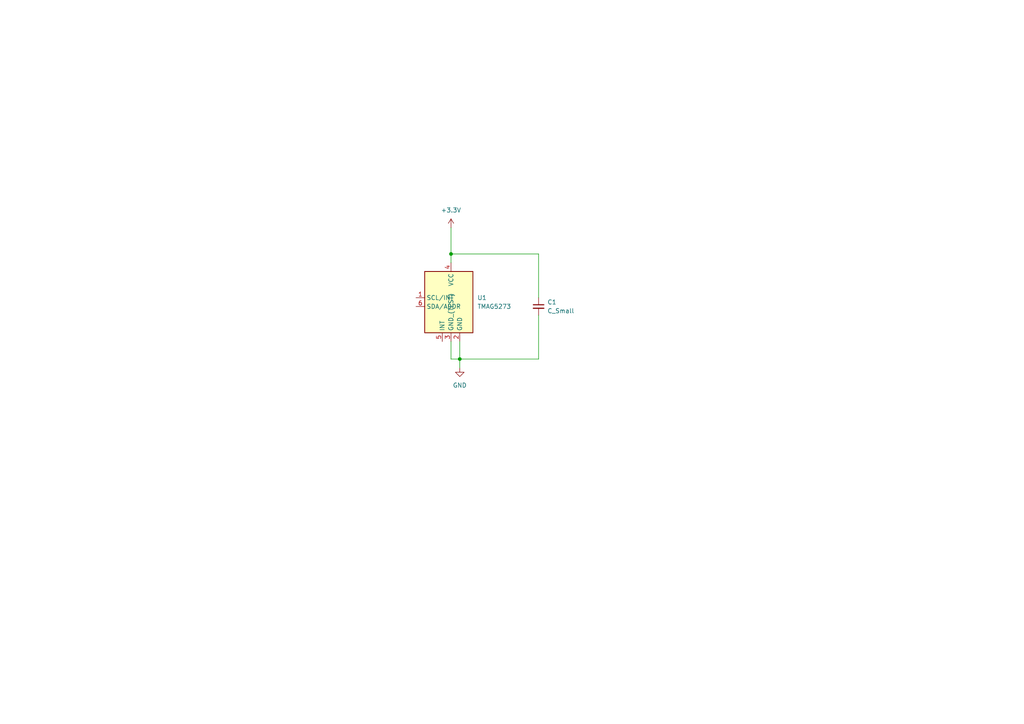
<source format=kicad_sch>
(kicad_sch (version 20211123) (generator eeschema)
  (paper "A4")
  (lib_symbols
    (symbol "Device:C_Small" (pin_numbers hide) (pin_names (offset 0.254) hide)
      (property "Reference" "C" (at 0.254 1.778 0))
      (property "Value" "C_Small" (at 0.254 -2.032 0))
      (symbol "C_Small_0_1"
        (polyline (pts (xy -1.524 -0.508) (xy 1.524 -0.508)) (stroke (width 0.3302)))
        (polyline (pts (xy -1.524 0.508) (xy 1.524 0.508)) (stroke (width 0.3048)))
      )
      (symbol "C_Small_1_1"
        (pin passive line (at 0 2.54 270) (length 2.032) (name "~") (number "1"))
        (pin passive line (at 0 -2.54 90) (length 2.032) (name "~") (number "2"))
      )
    )
    (symbol "Sensor_Magnetic:TLV493D"
      (property "Reference" "U?" (at 7.62 2.5401 0))
      (property "Value" "TLV493D" (at 7.62 0.0001 0))
      (symbol "TLV493D_0_1"
        (rectangle (start -7.62 10.16) (end 6.35 -7.62) (stroke (width 0.254)) (fill (type background)))
      )
      (symbol "TLV493D_1_1"
        (pin bidirectional line (at -10.16 2.54 0) (length 2.54) (name "SCL/INT") (number "1"))
        (pin power_in line (at 2.54 -10.16 90) (length 2.54) (name "GND") (number "2"))
        (pin power_in line (at 0 -10.16 90) (length 2.54) (name "GND_(TEST)") (number "3"))
        (pin power_in line (at 0 12.7 270) (length 2.54) (name "VCC") (number "4"))
        (pin input line (at -2.54 -10.16 90) (length 2.54) (name "INT") (number "5"))
        (pin bidirectional line (at -10.16 0 0) (length 2.54) (name "SDA/ADDR") (number "6"))
      )
    )
    (symbol "power:+3.3V" (power) (pin_names (offset 0))
      (property "Value" "+3.3V" (at 0 3.556 0))
      (symbol "+3.3V_0_1"
        (polyline (pts (xy -0.762 1.27) (xy 0 2.54)))
        (polyline (pts (xy 0 0) (xy 0 2.54)))
        (polyline (pts (xy 0 2.54) (xy 0.762 1.27)))
      )
      (symbol "+3.3V_1_1"
        (pin power_in line (at 0 0 90) (length 0) hide (name "+3.3V") (number "1"))
      )
    )
    (symbol "power:GND" (power) (pin_names (offset 0))
      (property "Value" "GND" (at 0 -3.81 0))
      (symbol "GND_0_1"
        (polyline (pts (xy 0 0) (xy 0 -1.27) (xy 1.27 -1.27) (xy 0 -2.54) (xy -1.27 -1.27) (xy 0 -1.27)))
      )
      (symbol "GND_1_1"
        (pin power_in line (at 0 0 270) (length 0) hide (name "GND") (number "1"))
      )
    )
  )
  (junction (at 133.35 104.14))
  (junction (at 130.81 73.66))
  (wire (pts (xy 156.21 86.36) (xy 156.21 73.66)))
  (wire (pts (xy 133.35 99.06) (xy 133.35 104.14)))
  (wire (pts (xy 130.81 104.14) (xy 133.35 104.14)))
  (wire (pts (xy 156.21 73.66) (xy 130.81 73.66)))
  (wire (pts (xy 130.81 73.66) (xy 130.81 76.2)))
  (wire (pts (xy 130.81 99.06) (xy 130.81 104.14)))
  (wire (pts (xy 133.35 104.14) (xy 133.35 106.68)))
  (wire (pts (xy 133.35 104.14) (xy 156.21 104.14)))
  (wire (pts (xy 130.81 66.04) (xy 130.81 73.66)))
  (wire (pts (xy 156.21 104.14) (xy 156.21 91.44)))
  (symbol (lib_id "Device:C_Small") (at 156.21 88.9 0) (unit 1)
    (property "Reference" "C1" (at 158.75 87.6362 0) (effects (justify left)))
    (property "Value" "C_Small" (at 158.75 90.1762 0) (effects (justify left)))
    (property "Footprint" "Capacitor_SMD:CP_Elec_3x5.3" (effects hide))
  )
  (symbol (lib_id "power:+3.3V") (at 130.81 66.04 0) (unit 1)
    (property "Reference" "#PWR0102" (effects hide))
    (property "Value" "+3.3V" (at 130.81 60.96 0))
  )
  (symbol (lib_id "power:GND") (at 133.35 106.68 0) (unit 1)
    (property "Reference" "#PWR0101" (effects hide))
    (property "Value" "GND" (at 133.35 111.76 0))
  )
  (symbol (lib_id "Sensor_Magnetic:TLV493D") (at 130.81 88.9 0) (unit 1)
    (property "Reference" "U1" (at 138.43 86.3599 0) (effects (justify left)))
    (property "Value" "TMAG5273" (at 138.43 88.8999 0) (effects (justify left)))
    (property "Footprint" "Package_TO_SOT_SMD:SOT-23-6" (effects hide))
  )
)
</source>
